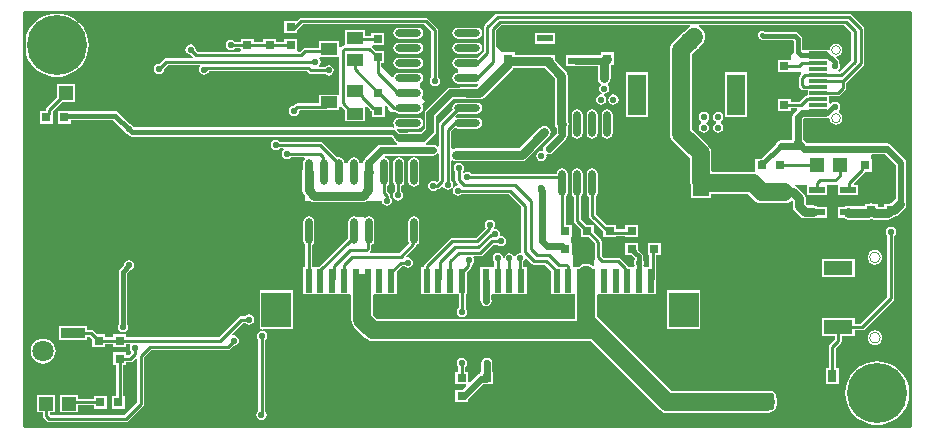
<source format=gtl>
G04*
G04 #@! TF.GenerationSoftware,Altium Limited,Altium Designer,20.0.13 (296)*
G04*
G04 Layer_Physical_Order=1*
G04 Layer_Color=255*
%FSLAX24Y24*%
%MOIN*%
G70*
G01*
G75*
%ADD11C,0.0100*%
%ADD15C,0.0002*%
%ADD16R,0.0315X0.0299*%
%ADD17R,0.0551X0.0236*%
%ADD18R,0.0299X0.0315*%
%ADD19R,0.0472X0.0472*%
%ADD20R,0.0965X0.0472*%
%ADD21R,0.0315X0.0394*%
%ADD22R,0.0551X0.1496*%
%ADD23R,0.0630X0.1378*%
%ADD24R,0.0236X0.0787*%
%ADD25R,0.0984X0.1181*%
%ADD26O,0.0236X0.0866*%
%ADD27O,0.0866X0.0236*%
%ADD28R,0.0551X0.0394*%
%ADD50R,0.0827X0.0354*%
%ADD51R,0.0591X0.0118*%
%ADD52C,0.0300*%
%ADD53C,0.0600*%
%ADD54C,0.0200*%
%ADD55C,0.0315*%
%ADD56C,0.0236*%
%ADD57C,0.0180*%
%ADD58C,0.0157*%
%ADD59C,0.0276*%
%ADD60C,0.0150*%
%ADD61C,0.0101*%
%ADD62C,0.0250*%
%ADD63C,0.0709*%
%ADD64O,0.0787X0.0433*%
%ADD65O,0.0709X0.0433*%
%ADD66C,0.2000*%
%ADD67C,0.0230*%
%ADD68C,0.0220*%
G36*
X18734Y43650D02*
X18571Y43611D01*
X18417Y43547D01*
X18275Y43460D01*
X18148Y43352D01*
X18040Y43225D01*
X17953Y43083D01*
X17889Y42929D01*
X17850Y42766D01*
X17800Y42770D01*
Y43700D01*
X17800Y43700D01*
X18730D01*
X18734Y43650D01*
D02*
G37*
G36*
X45388Y43025D02*
Y42096D01*
X45001Y41710D01*
X44961Y41715D01*
X44947Y41762D01*
X44970Y41777D01*
X45007Y41834D01*
X45020Y41900D01*
X45007Y41966D01*
X44976Y42012D01*
Y42026D01*
X44966Y42080D01*
X44935Y42126D01*
X44886Y42175D01*
X44906Y42225D01*
X44918Y42230D01*
X44931D01*
X44985Y42253D01*
X44994Y42262D01*
X45006Y42267D01*
X45047Y42308D01*
X45052Y42320D01*
X45062Y42329D01*
X45084Y42384D01*
Y42396D01*
X45089Y42408D01*
Y42467D01*
X45084Y42479D01*
Y42492D01*
X45062Y42546D01*
X45052Y42555D01*
X45047Y42567D01*
X45006Y42609D01*
X44994Y42614D01*
X44985Y42623D01*
X44931Y42645D01*
X44918D01*
X44906Y42650D01*
X44847D01*
X44835Y42645D01*
X44822D01*
X44768Y42623D01*
X44759Y42614D01*
X44747Y42609D01*
X44705Y42567D01*
X44700Y42555D01*
X44691Y42546D01*
X44669Y42492D01*
Y42482D01*
X44642Y42443D01*
X44633Y42443D01*
X44571D01*
X44557Y42445D01*
X44307D01*
X44293Y42443D01*
X44281D01*
X44267Y42445D01*
X43996D01*
X43983Y42443D01*
X43932D01*
Y42428D01*
X43927Y42424D01*
X43751D01*
X43741Y42434D01*
Y42808D01*
X43731Y42862D01*
X43700Y42908D01*
X43608Y43000D01*
X43562Y43031D01*
X43508Y43041D01*
X42509D01*
X42500Y43050D01*
X42454Y43081D01*
X42400Y43091D01*
X42346Y43081D01*
X42300Y43050D01*
X42269Y43004D01*
X42259Y42950D01*
X42269Y42896D01*
X42300Y42850D01*
X42350Y42800D01*
X42396Y42769D01*
X42450Y42759D01*
X43449D01*
X43459Y42749D01*
Y42375D01*
X43462Y42359D01*
X43426Y42324D01*
D01*
X43367Y42283D01*
Y42110D01*
X42933D01*
Y41691D01*
X43701D01*
X43722Y41641D01*
X43660Y41579D01*
X43635Y41543D01*
X43627Y41500D01*
X43627Y41500D01*
Y41260D01*
X43627Y41260D01*
X43635Y41217D01*
X43660Y41181D01*
X43718Y41122D01*
X43718Y41122D01*
X43755Y41098D01*
X43798Y41089D01*
X43932D01*
Y40960D01*
X43908Y40920D01*
X43865Y40912D01*
X43829Y40887D01*
X43829Y40887D01*
X43653Y40711D01*
X43367D01*
Y40809D01*
X42933D01*
Y40390D01*
X43367D01*
Y40487D01*
X43562D01*
X43583Y40437D01*
X43472Y40325D01*
X43432Y40267D01*
X43418Y40197D01*
Y39434D01*
X43417Y39432D01*
X43051D01*
X42981Y39418D01*
X42922Y39378D01*
X42883Y39320D01*
X42878Y39293D01*
X42404Y38820D01*
X42393Y38817D01*
X42191D01*
Y38407D01*
X42150Y38362D01*
X42094Y38369D01*
X40738D01*
X40735Y38394D01*
X40723Y38423D01*
Y38990D01*
X40723Y38990D01*
X40720Y39014D01*
Y39108D01*
X40701D01*
X40674Y39172D01*
X40616Y39247D01*
X40616Y39247D01*
X40063Y39800D01*
Y42284D01*
X40200Y42421D01*
X40216Y42424D01*
X40273Y42462D01*
X40310Y42518D01*
X40313Y42534D01*
X40407Y42628D01*
X40464Y42703D01*
X40501Y42790D01*
X40513Y42884D01*
X40501Y42978D01*
X40464Y43066D01*
X40407Y43141D01*
X40332Y43199D01*
X40298Y43213D01*
X40308Y43263D01*
X45150D01*
X45388Y43025D01*
D02*
G37*
G36*
X47328Y31267D02*
X47278Y31261D01*
X47261Y31329D01*
X47197Y31483D01*
X47110Y31625D01*
X47002Y31752D01*
X46875Y31860D01*
X46733Y31947D01*
X46579Y32011D01*
X46416Y32050D01*
X46250Y32063D01*
X46084Y32050D01*
X45921Y32011D01*
X45767Y31947D01*
X45625Y31860D01*
X45498Y31752D01*
X45390Y31625D01*
X45303Y31483D01*
X45239Y31329D01*
X45200Y31166D01*
X45187Y31000D01*
X45200Y30834D01*
X45239Y30671D01*
X45303Y30517D01*
X45390Y30375D01*
X45498Y30248D01*
X45625Y30140D01*
X45767Y30053D01*
X45921Y29989D01*
X46084Y29950D01*
X46080Y29900D01*
X17800D01*
Y42430D01*
X17850Y42434D01*
X17889Y42271D01*
X17953Y42117D01*
X18040Y41975D01*
X18148Y41848D01*
X18275Y41740D01*
X18417Y41653D01*
X18571Y41589D01*
X18734Y41550D01*
X18900Y41537D01*
X19066Y41550D01*
X19229Y41589D01*
X19383Y41653D01*
X19525Y41740D01*
X19652Y41848D01*
X19760Y41975D01*
X19847Y42117D01*
X19911Y42271D01*
X19950Y42434D01*
X19963Y42600D01*
X19950Y42766D01*
X19911Y42929D01*
X19847Y43083D01*
X19760Y43225D01*
X19652Y43352D01*
X19525Y43460D01*
X19383Y43547D01*
X19229Y43611D01*
X19066Y43650D01*
X19070Y43700D01*
X33516D01*
X33523Y43691D01*
X33521Y43629D01*
X33521Y43629D01*
X33171Y43279D01*
X33146Y43243D01*
X33138Y43200D01*
X33138Y43200D01*
Y42397D01*
X32918Y42178D01*
X32899Y42182D01*
X32269D01*
X32200Y42168D01*
X32141Y42128D01*
X32102Y42069D01*
X32088Y42000D01*
X32102Y41931D01*
X32141Y41872D01*
X32200Y41832D01*
X32269Y41818D01*
Y41682D01*
X32200Y41668D01*
X32141Y41628D01*
X32102Y41569D01*
X32088Y41500D01*
X32102Y41431D01*
X32141Y41372D01*
X32200Y41332D01*
X32269Y41318D01*
X32899D01*
X32934Y41325D01*
X32958Y41279D01*
X32893Y41214D01*
X32584D01*
X32502Y41198D01*
X32489Y41189D01*
X32335D01*
X32300Y41182D01*
X32033D01*
X31961Y41167D01*
X31900Y41126D01*
X31217Y40443D01*
X31176Y40382D01*
X31161Y40310D01*
Y39814D01*
X31036Y39689D01*
X30616D01*
X30580Y39682D01*
X30335D01*
X30237Y39780D01*
X30262Y39826D01*
X30301Y39818D01*
X30931D01*
X31000Y39832D01*
X31059Y39872D01*
X31098Y39931D01*
X31112Y40000D01*
X31098Y40069D01*
X31059Y40128D01*
X31000Y40168D01*
X30931Y40182D01*
X30301D01*
X30231Y40168D01*
X30172Y40128D01*
X30133Y40069D01*
X30119Y40000D01*
X30133Y39931D01*
X30158Y39892D01*
X30128Y39847D01*
X30101Y39853D01*
X21474D01*
X21459Y39868D01*
X21423Y39923D01*
X21366Y39960D01*
X21354Y39963D01*
X20958Y40358D01*
X20909Y40391D01*
X20850Y40403D01*
X19359D01*
Y40417D01*
X18940D01*
Y39983D01*
X19359D01*
Y40097D01*
X20787D01*
X21137Y39746D01*
X21140Y39734D01*
X21177Y39677D01*
X21234Y39640D01*
X21260Y39635D01*
X21303Y39592D01*
X21352Y39559D01*
X21411Y39547D01*
X30037D01*
X30128Y39457D01*
X30133Y39430D01*
X30172Y39372D01*
X30231Y39332D01*
X30234Y39332D01*
X30230Y39282D01*
X29717D01*
X29647Y39268D01*
X29588Y39228D01*
X29172Y38812D01*
X29132Y38753D01*
X29118Y38683D01*
Y38674D01*
X28982D01*
Y38683D01*
X28968Y38753D01*
X28928Y38812D01*
X28870Y38851D01*
X28800Y38865D01*
X28730Y38851D01*
X28672Y38812D01*
X28632Y38753D01*
X28618Y38683D01*
Y38674D01*
X28482D01*
Y38683D01*
X28468Y38753D01*
X28428Y38812D01*
X28370Y38851D01*
X28300Y38865D01*
X28253Y38856D01*
X27762Y39347D01*
X27725Y39371D01*
X27682Y39380D01*
X27682Y39380D01*
X26330D01*
X26323Y39390D01*
X26266Y39428D01*
X26200Y39441D01*
X26134Y39428D01*
X26077Y39390D01*
X26040Y39334D01*
X26027Y39268D01*
X26040Y39201D01*
X26077Y39145D01*
X26134Y39107D01*
X26200Y39094D01*
X26266Y39107D01*
X26323Y39145D01*
X26330Y39155D01*
X26446D01*
X26461Y39105D01*
X26445Y39094D01*
X26407Y39038D01*
X26394Y38972D01*
X26407Y38905D01*
X26445Y38849D01*
X26501Y38812D01*
X26567Y38798D01*
X26634Y38812D01*
X26690Y38849D01*
X26697Y38860D01*
X27136D01*
X27167Y38823D01*
X27167Y38806D01*
X27132Y38753D01*
X27118Y38683D01*
Y38488D01*
X27095Y38453D01*
X27078Y38368D01*
Y37770D01*
X27078Y37770D01*
X27095Y37685D01*
X27143Y37613D01*
X27167Y37589D01*
Y37400D01*
X27370D01*
X27400Y37380D01*
X27485Y37364D01*
X29101D01*
X29101Y37364D01*
X29186Y37380D01*
X29215Y37400D01*
X29688D01*
X29688Y37400D01*
X29732Y37387D01*
X29740Y37348D01*
X29777Y37291D01*
X29834Y37254D01*
X29900Y37241D01*
X29966Y37254D01*
X30023Y37291D01*
X30060Y37348D01*
X30073Y37414D01*
X30060Y37480D01*
X30023Y37537D01*
X30012Y37544D01*
Y37585D01*
X30004Y37628D01*
X29979Y37665D01*
X29979Y37665D01*
X29912Y37732D01*
Y37914D01*
X29928Y37925D01*
X29968Y37984D01*
X29982Y38054D01*
Y38683D01*
X29968Y38753D01*
X29928Y38812D01*
X29869Y38851D01*
X29854Y38854D01*
X29826Y38909D01*
X29826Y38911D01*
X29837Y38918D01*
X31450D01*
X31519Y38932D01*
X31578Y38972D01*
X31588Y38986D01*
X31638Y38971D01*
Y38115D01*
X31562Y38039D01*
X31516Y38070D01*
X31450Y38083D01*
X31384Y38070D01*
X31327Y38032D01*
X31290Y37976D01*
X31277Y37909D01*
X31290Y37843D01*
X31327Y37787D01*
X31384Y37749D01*
X31450Y37736D01*
X31516Y37749D01*
X31573Y37787D01*
X31580Y37797D01*
X31591D01*
X31591Y37797D01*
X31634Y37806D01*
X31670Y37830D01*
X31728Y37888D01*
X31783Y37873D01*
X31814Y37827D01*
X31870Y37790D01*
X31936Y37777D01*
X32003Y37790D01*
X32059Y37827D01*
X32096Y37884D01*
X32110Y37950D01*
X32096Y38016D01*
X32059Y38073D01*
X32048Y38080D01*
Y38739D01*
X32098Y38765D01*
X32118Y38752D01*
X32200Y38736D01*
X34400D01*
X34482Y38752D01*
X34551Y38799D01*
X35301Y39549D01*
X35348Y39618D01*
X35364Y39700D01*
X35348Y39782D01*
X35301Y39851D01*
X35232Y39898D01*
X35150Y39914D01*
X35068Y39898D01*
X34999Y39851D01*
X34311Y39164D01*
X32200D01*
X32118Y39148D01*
X32098Y39135D01*
X32048Y39161D01*
Y39725D01*
X32173Y39850D01*
X32200Y39832D01*
X32269Y39818D01*
X32899D01*
X32969Y39832D01*
X33028Y39872D01*
X33067Y39931D01*
X33081Y40000D01*
X33067Y40069D01*
X33028Y40128D01*
X32969Y40168D01*
X32899Y40182D01*
X32269D01*
X32204Y40169D01*
X32201Y40171D01*
X32190Y40225D01*
X32283Y40318D01*
X32899D01*
X32969Y40332D01*
X33028Y40372D01*
X33067Y40430D01*
X33081Y40500D01*
X33067Y40570D01*
X33028Y40628D01*
X32969Y40668D01*
X32899Y40682D01*
X32269D01*
X32200Y40668D01*
X32141Y40628D01*
X32102Y40570D01*
X32088Y40500D01*
X32098Y40450D01*
X31671Y40023D01*
X31646Y39987D01*
X31638Y39944D01*
X31638Y39944D01*
Y39229D01*
X31588Y39214D01*
X31578Y39228D01*
X31519Y39268D01*
X31450Y39282D01*
X31204D01*
X31201Y39290D01*
X31195Y39332D01*
X31248Y39367D01*
X31491Y39609D01*
X31532Y39671D01*
X31546Y39743D01*
X31539Y39779D01*
Y40232D01*
X32111Y40804D01*
X32328D01*
X32362Y40811D01*
X32489D01*
X32502Y40802D01*
X32584Y40786D01*
X32982D01*
X33064Y40802D01*
X33133Y40849D01*
X34094Y41809D01*
X34116Y41843D01*
X35157D01*
X35162Y41835D01*
X35504Y41493D01*
Y40000D01*
X35520Y39918D01*
X35567Y39849D01*
X35568Y39847D01*
Y39675D01*
X35172Y39278D01*
X35132Y39220D01*
X35118Y39150D01*
X35125Y39114D01*
X35083Y39072D01*
X35054Y39078D01*
X34988Y39064D01*
X34932Y39027D01*
X34894Y38971D01*
X34881Y38904D01*
X34894Y38838D01*
X34932Y38782D01*
X34988Y38744D01*
X35054Y38731D01*
X35121Y38744D01*
X35177Y38782D01*
X35214Y38838D01*
X35228Y38904D01*
X35222Y38933D01*
X35264Y38975D01*
X35300Y38968D01*
X35370Y38982D01*
X35428Y39022D01*
X35878Y39472D01*
X35918Y39530D01*
X35932Y39600D01*
Y39862D01*
X35948Y39887D01*
X35964Y39969D01*
X35948Y40050D01*
X35932Y40074D01*
Y41582D01*
X35916Y41664D01*
X35870Y41733D01*
X35524Y42079D01*
Y42254D01*
X35384D01*
X35383Y42255D01*
X35301Y42271D01*
X34167D01*
Y42360D01*
X33973D01*
X33950Y42365D01*
X33943D01*
X33920Y42360D01*
X33733D01*
Y42360D01*
Y42360D01*
X33636Y42426D01*
X33643Y42450D01*
X33643D01*
X33601Y42492D01*
X33601Y42492D01*
X33601D01*
X33560Y42530D01*
X33558Y42534D01*
Y43095D01*
X33726Y43263D01*
X39992D01*
X40002Y43213D01*
X39968Y43199D01*
X39893Y43141D01*
X39800Y43048D01*
X39784Y43045D01*
X39727Y43007D01*
X39690Y42951D01*
X39687Y42935D01*
X39443Y42691D01*
X39386Y42616D01*
X39349Y42528D01*
X39337Y42434D01*
Y39650D01*
X39349Y39556D01*
X39386Y39468D01*
X39443Y39393D01*
X39997Y38840D01*
Y38325D01*
X40009Y38231D01*
X40021Y38201D01*
Y38031D01*
X40033Y37937D01*
X40049Y37900D01*
Y37492D01*
X40720D01*
Y37643D01*
X41943D01*
X42144Y37442D01*
X42219Y37385D01*
X42307Y37348D01*
X42401Y37336D01*
X43150D01*
X43244Y37348D01*
X43332Y37385D01*
X43395Y37433D01*
X43436Y37402D01*
Y37226D01*
X43452Y37144D01*
X43499Y37074D01*
X43674Y36899D01*
X43744Y36852D01*
X43826Y36836D01*
X44113D01*
X44173Y36848D01*
X44574D01*
Y37204D01*
X44260D01*
X44195Y37248D01*
X44113Y37264D01*
X43914D01*
X43864Y37314D01*
Y37500D01*
X43848Y37582D01*
X43801Y37651D01*
X43603Y37850D01*
X43533Y37897D01*
X43516Y37900D01*
X43521Y37950D01*
X43903D01*
Y37596D01*
X44574D01*
Y37950D01*
X44926D01*
Y37596D01*
X45597D01*
Y37952D01*
X45485D01*
X45466Y37998D01*
X45831Y38364D01*
X45844Y38383D01*
X46061D01*
Y38817D01*
X46050D01*
Y38950D01*
X46092Y38968D01*
X46522D01*
X46882Y38609D01*
Y37483D01*
X46843Y37457D01*
X46709Y37323D01*
X46700D01*
X46700Y37323D01*
X46639Y37310D01*
X46483D01*
Y37218D01*
X46263D01*
Y37310D01*
X46106D01*
X46045Y37323D01*
X45984Y37310D01*
X45828D01*
Y37227D01*
X45353D01*
X45347Y37231D01*
X45262Y37248D01*
X45177Y37231D01*
X45137Y37204D01*
X44926D01*
Y36848D01*
X45126D01*
X45198Y36800D01*
X45283Y36783D01*
X45283Y36783D01*
X45949D01*
X45949Y36783D01*
X46034Y36800D01*
X46043Y36806D01*
X46065Y36792D01*
X46149Y36775D01*
X46596D01*
X46596Y36775D01*
X46681Y36792D01*
X46753Y36840D01*
X46792Y36879D01*
X46801D01*
X46801Y36879D01*
X46862Y36891D01*
X46917D01*
Y36917D01*
X46958Y36944D01*
X47157Y37143D01*
X47205Y37215D01*
X47222Y37300D01*
X47208Y37368D01*
Y38676D01*
X47196Y38739D01*
X47160Y38792D01*
X46741Y39211D01*
X46739Y39220D01*
X46700Y39278D01*
X46641Y39318D01*
X46572Y39332D01*
X43883D01*
X43843Y39393D01*
X43782Y39454D01*
Y40122D01*
X43814Y40154D01*
X44110D01*
X44127Y40157D01*
X44269D01*
X44287Y40154D01*
X44463D01*
X44481Y40157D01*
X44642Y40157D01*
X44669Y40118D01*
Y40108D01*
X44691Y40054D01*
X44700Y40045D01*
X44705Y40033D01*
X44747Y39991D01*
X44759Y39986D01*
X44768Y39977D01*
X44822Y39955D01*
X44835D01*
X44847Y39950D01*
X44906D01*
X44918Y39955D01*
X44931D01*
X44985Y39977D01*
X44994Y39986D01*
X45006Y39991D01*
X45047Y40033D01*
X45052Y40045D01*
X45062Y40054D01*
X45084Y40108D01*
Y40121D01*
X45089Y40133D01*
Y40192D01*
X45084Y40203D01*
Y40216D01*
X45062Y40271D01*
X45052Y40280D01*
X45047Y40292D01*
X45006Y40333D01*
X44994Y40338D01*
X44985Y40347D01*
X44970Y40354D01*
X44964Y40410D01*
X44970Y40414D01*
X45007Y40470D01*
X45020Y40536D01*
X45007Y40602D01*
X44970Y40659D01*
X44913Y40696D01*
X44847Y40709D01*
X44781Y40696D01*
X44724Y40659D01*
X44722Y40655D01*
X44722Y40655D01*
X44709Y40647D01*
X44655Y40663D01*
X44642Y40689D01*
Y40893D01*
X44935D01*
X44935Y40893D01*
X44978Y40901D01*
X45015Y40925D01*
X45186Y41096D01*
X45186Y41096D01*
X45210Y41133D01*
X45219Y41176D01*
Y41352D01*
X45779Y41913D01*
X45779Y41913D01*
X45804Y41949D01*
X45812Y41992D01*
X45812Y41992D01*
Y43150D01*
X45804Y43193D01*
X45779Y43229D01*
X45779Y43229D01*
X45379Y43629D01*
X45377Y43691D01*
X45384Y43700D01*
X47328D01*
Y31267D01*
D02*
G37*
G36*
Y30733D02*
Y29924D01*
X47288Y29900D01*
X46420D01*
X46416Y29950D01*
X46579Y29989D01*
X46733Y30053D01*
X46875Y30140D01*
X47002Y30248D01*
X47110Y30375D01*
X47197Y30517D01*
X47261Y30671D01*
X47278Y30739D01*
X47328Y30733D01*
D02*
G37*
%LPC*%
G36*
X41921Y41687D02*
X41171D01*
Y40239D01*
X41171Y40218D01*
X41121Y40214D01*
X41116Y40236D01*
X41110Y40266D01*
X41073Y40323D01*
X41016Y40360D01*
X40950Y40373D01*
X40884Y40360D01*
X40827Y40323D01*
X40790Y40266D01*
X40777Y40200D01*
X40790Y40134D01*
X40827Y40077D01*
X40864Y40053D01*
Y39997D01*
X40827Y39973D01*
X40790Y39916D01*
X40777Y39850D01*
X40790Y39784D01*
X40827Y39727D01*
X40884Y39690D01*
X40950Y39677D01*
X41016Y39690D01*
X41073Y39727D01*
X41110Y39784D01*
X41123Y39850D01*
X41110Y39916D01*
X41073Y39973D01*
X41036Y39997D01*
Y40053D01*
X41073Y40077D01*
X41110Y40134D01*
X41117Y40166D01*
X41121Y40188D01*
X41171Y40189D01*
X41172Y40189D01*
X41208Y40189D01*
X41921D01*
Y41687D01*
D02*
G37*
G36*
X40475Y40373D02*
X40409Y40360D01*
X40352Y40323D01*
X40315Y40266D01*
X40302Y40200D01*
X40315Y40134D01*
X40352Y40077D01*
X40385Y40056D01*
X40386Y40051D01*
X40381Y39998D01*
X40343Y39973D01*
X40305Y39916D01*
X40292Y39850D01*
X40305Y39784D01*
X40343Y39727D01*
X40399Y39690D01*
X40466Y39677D01*
X40532Y39690D01*
X40588Y39727D01*
X40626Y39784D01*
X40639Y39850D01*
X40626Y39916D01*
X40588Y39973D01*
X40556Y39994D01*
X40554Y39999D01*
X40559Y40052D01*
X40598Y40077D01*
X40635Y40134D01*
X40648Y40200D01*
X40635Y40266D01*
X40598Y40323D01*
X40541Y40360D01*
X40475Y40373D01*
D02*
G37*
G36*
X31200Y43512D02*
X31200Y43512D01*
X27051D01*
X27051Y43512D01*
X27008Y43504D01*
X26971Y43479D01*
X26901Y43409D01*
X26490D01*
Y42990D01*
X26925D01*
Y43116D01*
X27097Y43288D01*
X31154D01*
X31388Y43054D01*
Y41530D01*
X31377Y41523D01*
X31340Y41466D01*
X31327Y41400D01*
X31340Y41334D01*
X31377Y41277D01*
X31434Y41240D01*
X31500Y41227D01*
X31566Y41240D01*
X31623Y41277D01*
X31660Y41334D01*
X31673Y41400D01*
X31660Y41466D01*
X31623Y41523D01*
X31612Y41530D01*
Y43100D01*
X31612Y43100D01*
X31604Y43143D01*
X31579Y43179D01*
X31279Y43479D01*
X31243Y43504D01*
X31200Y43512D01*
D02*
G37*
G36*
X32899Y43182D02*
X32269D01*
X32200Y43168D01*
X32141Y43128D01*
X32102Y43069D01*
X32088Y43000D01*
X32102Y42931D01*
X32141Y42872D01*
X32200Y42832D01*
X32269Y42818D01*
X32899D01*
X32969Y42832D01*
X33028Y42872D01*
X33067Y42931D01*
X33081Y43000D01*
X33067Y43069D01*
X33028Y43128D01*
X32969Y43168D01*
X32899Y43182D01*
D02*
G37*
G36*
X30931D02*
X30301D01*
X30231Y43168D01*
X30172Y43128D01*
X30133Y43069D01*
X30119Y43000D01*
X30133Y42931D01*
X30172Y42872D01*
X30231Y42832D01*
X30301Y42818D01*
X30931D01*
X31000Y42832D01*
X31059Y42872D01*
X31098Y42931D01*
X31112Y43000D01*
X31098Y43069D01*
X31059Y43128D01*
X31000Y43168D01*
X30931Y43182D01*
D02*
G37*
G36*
X35524Y43002D02*
X34853D01*
Y42646D01*
X35524D01*
Y43002D01*
D02*
G37*
G36*
X29184Y43105D02*
X28512D01*
Y42627D01*
X28484Y42586D01*
X28466Y42583D01*
X28441Y42578D01*
X28405Y42553D01*
X28405Y42553D01*
X28367Y42516D01*
X28317Y42537D01*
Y42731D01*
X27646D01*
Y42504D01*
X27182D01*
X27182Y42504D01*
X27139Y42496D01*
X27102Y42471D01*
X27004Y42373D01*
X26968D01*
X26925Y42391D01*
X26925Y42423D01*
Y42810D01*
X26490D01*
Y42700D01*
X26217D01*
Y42810D01*
X25783D01*
Y42718D01*
X25467D01*
Y42810D01*
X25032D01*
Y42713D01*
X24830D01*
X24823Y42723D01*
X24766Y42761D01*
X24700Y42774D01*
X24634Y42761D01*
X24577Y42723D01*
X24540Y42667D01*
X24527Y42601D01*
X24540Y42534D01*
X24577Y42478D01*
X24634Y42441D01*
X24700Y42427D01*
X24766Y42441D01*
X24823Y42478D01*
X24830Y42489D01*
X24996D01*
X25032Y42453D01*
X25032Y42391D01*
X24989Y42373D01*
X23600D01*
X23534Y42439D01*
X23537Y42451D01*
X23524Y42517D01*
X23486Y42573D01*
X23430Y42611D01*
X23363Y42624D01*
X23297Y42611D01*
X23241Y42573D01*
X23203Y42517D01*
X23190Y42451D01*
X23203Y42384D01*
X23241Y42328D01*
X23297Y42291D01*
X23363Y42277D01*
X23376Y42280D01*
X23443Y42213D01*
X23422Y42163D01*
X22556D01*
X22556Y42163D01*
X22513Y42154D01*
X22477Y42130D01*
X22477Y42130D01*
X22318Y41971D01*
X22306Y41973D01*
X22239Y41960D01*
X22183Y41923D01*
X22146Y41866D01*
X22132Y41800D01*
X22146Y41734D01*
X22183Y41677D01*
X22239Y41640D01*
X22306Y41627D01*
X22372Y41640D01*
X22428Y41677D01*
X22466Y41734D01*
X22479Y41800D01*
X22477Y41812D01*
X22603Y41938D01*
X23659D01*
X23682Y41888D01*
X23656Y41850D01*
X23643Y41783D01*
X23656Y41717D01*
X23694Y41661D01*
X23750Y41623D01*
X23817Y41610D01*
X23883Y41623D01*
X23939Y41661D01*
X23977Y41717D01*
X23981Y41738D01*
X27232D01*
X27296Y41674D01*
X27296Y41674D01*
X27332Y41650D01*
X27375Y41642D01*
X27375Y41642D01*
X27832D01*
X27839Y41631D01*
X27895Y41594D01*
X27962Y41580D01*
X28028Y41594D01*
X28084Y41631D01*
X28122Y41687D01*
X28135Y41754D01*
X28122Y41820D01*
X28084Y41876D01*
X28028Y41914D01*
X27962Y41927D01*
X27895Y41914D01*
X27839Y41876D01*
X27832Y41866D01*
X27641D01*
X27626Y41916D01*
X27644Y41928D01*
X27682Y41984D01*
X27695Y42051D01*
X27682Y42117D01*
X27672Y42132D01*
X27650Y42173D01*
X27650Y42173D01*
X27668Y42216D01*
X27669Y42217D01*
X27690Y42217D01*
X28314D01*
Y40947D01*
X27646D01*
Y40656D01*
X26919D01*
X26919Y40656D01*
X26876Y40647D01*
X26839Y40623D01*
X26839Y40623D01*
X26787Y40571D01*
X26734Y40560D01*
X26677Y40523D01*
X26640Y40466D01*
X26627Y40400D01*
X26640Y40334D01*
X26677Y40277D01*
X26734Y40240D01*
X26800Y40227D01*
X26866Y40240D01*
X26923Y40277D01*
X26960Y40334D01*
X26973Y40400D01*
X26999Y40432D01*
X27835D01*
X27835Y40432D01*
X27846Y40434D01*
X28317D01*
Y40539D01*
X28367Y40560D01*
X28512Y40415D01*
Y40060D01*
X29184D01*
Y40537D01*
X29234Y40558D01*
X29354Y40438D01*
X29354Y40438D01*
X29390Y40413D01*
X29401Y40411D01*
Y40208D01*
X29836D01*
Y40569D01*
X29886Y40590D01*
X29941Y40534D01*
Y40481D01*
X30051Y40372D01*
X30135D01*
X30157Y40372D01*
X30185Y40363D01*
X30231Y40332D01*
X30301Y40318D01*
X30931D01*
X31000Y40332D01*
X31059Y40372D01*
X31098Y40430D01*
X31112Y40500D01*
X31098Y40570D01*
X31059Y40628D01*
X31059Y40633D01*
X31167Y40742D01*
X31057Y40851D01*
X31059Y40872D01*
X31098Y40931D01*
X31112Y41000D01*
X31098Y41069D01*
X31059Y41128D01*
X31000Y41168D01*
Y41332D01*
X31059Y41372D01*
X31098Y41431D01*
X31112Y41500D01*
X31098Y41569D01*
X31059Y41628D01*
X31000Y41668D01*
X30931Y41682D01*
X30301D01*
X30231Y41668D01*
X30172Y41628D01*
X30133Y41569D01*
X30127Y41537D01*
X30072Y41521D01*
X29712Y41881D01*
Y41992D01*
X29817D01*
Y42411D01*
X29541D01*
X29412Y42540D01*
X29430Y42590D01*
X29817D01*
Y43010D01*
X29383D01*
Y42912D01*
X29184D01*
Y43105D01*
D02*
G37*
G36*
X32899Y42682D02*
X32269D01*
X32200Y42668D01*
X32141Y42628D01*
X32102Y42569D01*
X32088Y42500D01*
X32102Y42431D01*
X32141Y42372D01*
X32200Y42332D01*
X32269Y42318D01*
X32899D01*
X32969Y42332D01*
X33028Y42372D01*
X33067Y42431D01*
X33081Y42500D01*
X33067Y42569D01*
X33028Y42628D01*
X32969Y42668D01*
X32899Y42682D01*
D02*
G37*
G36*
X30931D02*
X30301D01*
X30231Y42668D01*
X30172Y42628D01*
X30133Y42569D01*
X30119Y42500D01*
X30133Y42431D01*
X30172Y42372D01*
X30231Y42332D01*
X30301Y42318D01*
X30931D01*
X31000Y42332D01*
X31059Y42372D01*
X31098Y42431D01*
X31112Y42500D01*
X31098Y42569D01*
X31059Y42628D01*
X31000Y42668D01*
X30931Y42682D01*
D02*
G37*
G36*
Y42182D02*
X30301D01*
X30231Y42168D01*
X30172Y42128D01*
X30133Y42069D01*
X30119Y42000D01*
X30133Y41931D01*
X30172Y41872D01*
X30231Y41832D01*
X30301Y41818D01*
X30931D01*
X31000Y41832D01*
X31059Y41872D01*
X31098Y41931D01*
X31112Y42000D01*
X31098Y42069D01*
X31059Y42128D01*
X31000Y42168D01*
X30931Y42182D01*
D02*
G37*
G36*
X37457Y40955D02*
X37390Y40942D01*
X37334Y40904D01*
X37296Y40848D01*
X37283Y40781D01*
X37296Y40715D01*
X37334Y40659D01*
X37390Y40621D01*
X37457Y40608D01*
X37523Y40621D01*
X37579Y40659D01*
X37617Y40715D01*
X37630Y40781D01*
X37617Y40848D01*
X37579Y40904D01*
X37523Y40942D01*
X37457Y40955D01*
D02*
G37*
G36*
X37250Y42365D02*
X37243D01*
X37220Y42360D01*
X37033D01*
Y42258D01*
X36212D01*
X36194Y42254D01*
X35876D01*
Y41898D01*
X36194D01*
X36212Y41894D01*
X36936D01*
Y41500D01*
X36952Y41418D01*
X36999Y41349D01*
X37025Y41331D01*
X37027Y41273D01*
X36990Y41216D01*
X36977Y41150D01*
X36990Y41084D01*
X37027Y41027D01*
X37064Y41003D01*
X37053Y40964D01*
X37047Y40954D01*
X36984Y40942D01*
X36927Y40904D01*
X36890Y40848D01*
X36877Y40781D01*
X36890Y40715D01*
X36927Y40659D01*
X36984Y40621D01*
X37050Y40608D01*
X37116Y40621D01*
X37173Y40659D01*
X37210Y40715D01*
X37223Y40781D01*
X37210Y40848D01*
X37173Y40904D01*
X37136Y40928D01*
X37147Y40968D01*
X37153Y40977D01*
X37216Y40990D01*
X37273Y41027D01*
X37310Y41084D01*
X37323Y41150D01*
X37310Y41216D01*
X37273Y41273D01*
X37275Y41331D01*
X37301Y41349D01*
X37348Y41418D01*
X37364Y41500D01*
Y41941D01*
X37467D01*
Y42360D01*
X37273D01*
X37250Y42365D01*
D02*
G37*
G36*
X38614Y41687D02*
X37864D01*
Y40189D01*
X38614D01*
Y41687D01*
D02*
G37*
G36*
X19496Y41296D02*
X18904D01*
Y40863D01*
X18570Y40530D01*
X18546Y40493D01*
X18537Y40450D01*
Y40417D01*
X18341D01*
Y39983D01*
X18760D01*
Y40288D01*
X18763Y40299D01*
Y40403D01*
X19063Y40704D01*
X19496D01*
Y41296D01*
D02*
G37*
G36*
X37250Y40465D02*
X37181Y40451D01*
X37122Y40412D01*
X37082Y40353D01*
X37068Y40283D01*
Y39654D01*
X37082Y39584D01*
X37122Y39525D01*
X37181Y39486D01*
X37250Y39472D01*
X37320Y39486D01*
X37378Y39525D01*
X37418Y39584D01*
X37432Y39654D01*
Y40283D01*
X37418Y40353D01*
X37378Y40412D01*
X37320Y40451D01*
X37250Y40465D01*
D02*
G37*
G36*
X36750D02*
X36681Y40451D01*
X36622Y40412D01*
X36582Y40353D01*
X36568Y40283D01*
Y39654D01*
X36582Y39584D01*
X36622Y39525D01*
X36681Y39486D01*
X36750Y39472D01*
X36820Y39486D01*
X36878Y39525D01*
X36918Y39584D01*
X36932Y39654D01*
Y40283D01*
X36918Y40353D01*
X36878Y40412D01*
X36820Y40451D01*
X36750Y40465D01*
D02*
G37*
G36*
X36250D02*
X36181Y40451D01*
X36122Y40412D01*
X36082Y40353D01*
X36068Y40283D01*
Y39654D01*
X36082Y39584D01*
X36122Y39525D01*
X36181Y39486D01*
X36250Y39472D01*
X36319Y39486D01*
X36378Y39525D01*
X36418Y39584D01*
X36432Y39654D01*
Y40283D01*
X36418Y40353D01*
X36378Y40412D01*
X36319Y40451D01*
X36250Y40465D01*
D02*
G37*
G36*
X30800Y38865D02*
X30731Y38851D01*
X30672Y38812D01*
X30632Y38753D01*
X30618Y38683D01*
Y38054D01*
X30632Y37984D01*
X30672Y37925D01*
X30731Y37886D01*
X30800Y37872D01*
X30870Y37886D01*
X30928Y37925D01*
X30968Y37984D01*
X30982Y38054D01*
Y38683D01*
X30968Y38753D01*
X30928Y38812D01*
X30870Y38851D01*
X30800Y38865D01*
D02*
G37*
G36*
X30300D02*
X30231Y38851D01*
X30172Y38812D01*
X30132Y38753D01*
X30118Y38683D01*
Y38054D01*
X30132Y37984D01*
X30164Y37936D01*
Y37720D01*
X30154Y37713D01*
X30117Y37656D01*
X30103Y37590D01*
X30117Y37524D01*
X30154Y37468D01*
X30210Y37430D01*
X30277Y37417D01*
X30343Y37430D01*
X30399Y37468D01*
X30437Y37524D01*
X30450Y37590D01*
X30437Y37656D01*
X30399Y37713D01*
X30389Y37720D01*
Y37899D01*
X30428Y37925D01*
X30468Y37984D01*
X30482Y38054D01*
Y38683D01*
X30468Y38753D01*
X30428Y38812D01*
X30370Y38851D01*
X30300Y38865D01*
D02*
G37*
G36*
X36750Y38497D02*
X36681Y38483D01*
X36622Y38443D01*
X36582Y38384D01*
X36568Y38315D01*
Y37685D01*
X36582Y37616D01*
X36622Y37557D01*
X36638Y37546D01*
Y36907D01*
X36638Y36906D01*
X36646Y36864D01*
X36671Y36827D01*
X37113Y36385D01*
Y36190D01*
X37548D01*
Y36238D01*
X37854D01*
Y36190D01*
X38289D01*
Y36609D01*
X37854D01*
Y36462D01*
X37548D01*
Y36609D01*
X37206D01*
X36862Y36953D01*
Y37546D01*
X36878Y37557D01*
X36918Y37616D01*
X36932Y37685D01*
Y38315D01*
X36918Y38384D01*
X36878Y38443D01*
X36820Y38483D01*
X36750Y38497D01*
D02*
G37*
G36*
X33337Y36778D02*
X33270Y36765D01*
X33214Y36727D01*
X33177Y36671D01*
X33163Y36604D01*
X33177Y36538D01*
X33196Y36509D01*
X32866Y36179D01*
X32084D01*
X32084Y36179D01*
X32041Y36171D01*
X32004Y36146D01*
X31172Y35314D01*
X31148Y35278D01*
X31139Y35235D01*
X31105Y35204D01*
X31053D01*
Y34296D01*
X31409D01*
Y34296D01*
X31447D01*
Y34296D01*
X31803D01*
Y34296D01*
X31840D01*
Y34296D01*
X32197D01*
Y34296D01*
X32234D01*
Y34296D01*
X32309D01*
Y33844D01*
X32277Y33823D01*
X32240Y33766D01*
X32227Y33700D01*
X32240Y33634D01*
X32277Y33577D01*
X32334Y33540D01*
X32400Y33527D01*
X32466Y33540D01*
X32523Y33577D01*
X32560Y33634D01*
X32573Y33700D01*
X32560Y33766D01*
X32533Y33807D01*
Y34296D01*
X32590D01*
Y35045D01*
X32697Y35152D01*
X32697Y35152D01*
X32721Y35188D01*
X32730Y35231D01*
X32730Y35231D01*
Y35278D01*
X32763Y35300D01*
X32801Y35357D01*
X32814Y35423D01*
X32801Y35489D01*
X32780Y35521D01*
X32807Y35571D01*
X33022D01*
X33022Y35571D01*
X33065Y35579D01*
X33102Y35604D01*
X33448Y35950D01*
X33570D01*
X33577Y35939D01*
X33634Y35902D01*
X33700Y35889D01*
X33766Y35902D01*
X33823Y35939D01*
X33860Y35996D01*
X33873Y36062D01*
X33860Y36128D01*
X33823Y36185D01*
X33766Y36222D01*
X33700Y36235D01*
X33669Y36280D01*
X33673Y36300D01*
X33660Y36366D01*
X33623Y36423D01*
X33566Y36460D01*
X33512Y36471D01*
X33491Y36504D01*
X33486Y36521D01*
X33497Y36538D01*
X33510Y36604D01*
X33497Y36671D01*
X33459Y36727D01*
X33403Y36765D01*
X33337Y36778D01*
D02*
G37*
G36*
X32300Y38673D02*
X32234Y38660D01*
X32177Y38623D01*
X32140Y38566D01*
X32127Y38500D01*
X32140Y38434D01*
X32177Y38377D01*
X32188Y38370D01*
Y38111D01*
X32188Y38111D01*
X32196Y38068D01*
X32221Y38032D01*
X32281Y37972D01*
X32278Y37955D01*
X32261Y37921D01*
X32206Y37910D01*
X32150Y37873D01*
X32113Y37816D01*
X32099Y37750D01*
X32113Y37684D01*
X32150Y37627D01*
X32206Y37590D01*
X32273Y37577D01*
X32339Y37590D01*
X32388Y37623D01*
X33969D01*
X34388Y37204D01*
Y35709D01*
X34388Y35709D01*
X34390Y35698D01*
X34348Y35655D01*
X34330Y35659D01*
X34264Y35646D01*
X34208Y35608D01*
X34189Y35579D01*
X34129D01*
X34110Y35608D01*
X34053Y35646D01*
X33987Y35659D01*
X33921Y35646D01*
X33864Y35608D01*
X33827Y35552D01*
X33820Y35518D01*
X33769D01*
X33760Y35564D01*
X33723Y35620D01*
X33666Y35657D01*
X33600Y35671D01*
X33534Y35657D01*
X33477Y35620D01*
X33440Y35564D01*
X33427Y35497D01*
X33440Y35431D01*
X33477Y35375D01*
X33488Y35368D01*
Y35204D01*
X33428D01*
X33415Y35204D01*
X33378D01*
X33365Y35204D01*
X33021D01*
Y34768D01*
X33018Y34750D01*
Y34100D01*
X33032Y34031D01*
X33071Y33972D01*
X33087Y33956D01*
X33146Y33917D01*
X33215Y33903D01*
X33285Y33917D01*
X33344Y33956D01*
X33383Y34015D01*
X33397Y34085D01*
X33383Y34154D01*
X33381Y34157D01*
Y34260D01*
X33415Y34296D01*
X33431Y34296D01*
X33759D01*
X33771Y34296D01*
X33809D01*
X33821Y34296D01*
X34165D01*
Y34296D01*
X34203D01*
Y34296D01*
X34559D01*
Y35204D01*
X34443D01*
Y35356D01*
X34453Y35363D01*
X34491Y35419D01*
X34502Y35477D01*
X34528Y35492D01*
X34552Y35498D01*
X34737Y35313D01*
X34737Y35313D01*
X34774Y35288D01*
X34817Y35280D01*
X34817Y35280D01*
X35175D01*
X35382Y35073D01*
Y34818D01*
X35382Y34818D01*
X35384Y34807D01*
Y34296D01*
X35740D01*
Y34296D01*
X35777D01*
Y34296D01*
X36121D01*
X36134Y34296D01*
X36171D01*
X36187Y34281D01*
Y33463D01*
X29583D01*
X29444Y33602D01*
Y34261D01*
X29478Y34296D01*
X29834D01*
Y34296D01*
X29872D01*
Y34296D01*
X30228D01*
Y35045D01*
X30421Y35238D01*
X30470D01*
X30477Y35227D01*
X30534Y35190D01*
X30600Y35177D01*
X30666Y35190D01*
X30723Y35227D01*
X30760Y35284D01*
X30773Y35350D01*
X30760Y35416D01*
X30723Y35473D01*
X30666Y35510D01*
X30600Y35523D01*
X30567Y35517D01*
X30542Y35563D01*
X30853Y35874D01*
X30853Y35874D01*
X30878Y35910D01*
X30880Y35925D01*
X30928Y35957D01*
X30968Y36016D01*
X30982Y36085D01*
Y36715D01*
X30968Y36784D01*
X30928Y36843D01*
X30870Y36883D01*
X30800Y36897D01*
X30731Y36883D01*
X30672Y36843D01*
X30632Y36784D01*
X30618Y36715D01*
Y36085D01*
X30632Y36016D01*
X30650Y35988D01*
X30324Y35662D01*
X29348D01*
X29328Y35712D01*
X29353Y35738D01*
X29353Y35738D01*
X29378Y35774D01*
X29386Y35817D01*
Y35928D01*
X29428Y35957D01*
X29468Y36016D01*
X29482Y36085D01*
Y36715D01*
X29468Y36784D01*
X29428Y36843D01*
X29369Y36883D01*
X29300Y36897D01*
X29230Y36883D01*
X29172Y36843D01*
X29132Y36883D01*
X28870D01*
X28800Y36897D01*
X28730Y36883D01*
X28672Y36843D01*
X28632Y36784D01*
X28618Y36715D01*
Y36163D01*
X28616Y36163D01*
X28580Y36138D01*
X28580Y36138D01*
X27645Y35204D01*
X27522D01*
X27510Y35204D01*
X27472D01*
X27460Y35204D01*
X27409D01*
Y35944D01*
X27428Y35957D01*
X27468Y36016D01*
X27482Y36085D01*
Y36715D01*
X27468Y36784D01*
X27428Y36843D01*
X27369Y36883D01*
X27300Y36897D01*
X27231Y36883D01*
X27172Y36843D01*
X27132Y36784D01*
X27118Y36715D01*
Y36085D01*
X27132Y36016D01*
X27172Y35957D01*
X27185Y35948D01*
Y35204D01*
X27116D01*
Y34296D01*
X27460D01*
X27472Y34296D01*
X27510D01*
X27522Y34296D01*
X27853D01*
X27866Y34296D01*
Y34296D01*
X27903D01*
Y34296D01*
X28247D01*
X28260Y34296D01*
Y34296D01*
X28297D01*
Y34296D01*
X28653D01*
Y34296D01*
X28668D01*
X28718Y34257D01*
Y33451D01*
X28730Y33357D01*
X28766Y33270D01*
X28824Y33195D01*
X29175Y32843D01*
X29175Y32843D01*
X29251Y32786D01*
X29338Y32749D01*
X29432Y32737D01*
X36700D01*
X38993Y30443D01*
X38993Y30443D01*
X39068Y30386D01*
X39156Y30349D01*
X39250Y30337D01*
X39250Y30337D01*
X42550D01*
X42644Y30349D01*
X42719Y30381D01*
X42766Y30390D01*
X42823Y30427D01*
X42860Y30484D01*
X42869Y30531D01*
X42901Y30606D01*
X42913Y30700D01*
X42901Y30794D01*
X42868Y30873D01*
X42873Y30900D01*
X42860Y30966D01*
X42823Y31023D01*
X42766Y31060D01*
X42700Y31073D01*
X42634Y31060D01*
X42624Y31053D01*
X42550Y31063D01*
X42401D01*
X42350Y31073D01*
X42299Y31063D01*
X42051D01*
X42000Y31073D01*
X41949Y31063D01*
X41701D01*
X41650Y31073D01*
X41599Y31063D01*
X39400D01*
X37107Y33357D01*
X36913Y33550D01*
Y34285D01*
X36958Y34296D01*
X36971Y34296D01*
X37302D01*
X37315Y34296D01*
X37352D01*
X37365Y34296D01*
X37708D01*
Y34296D01*
X37746D01*
Y34296D01*
X38090D01*
X38102Y34296D01*
X38140D01*
X38152Y34296D01*
X38483D01*
X38496Y34296D01*
X38533D01*
X38546Y34296D01*
X38890D01*
Y35204D01*
X38873D01*
Y35591D01*
X39029D01*
Y36010D01*
X38594D01*
Y35591D01*
X38648D01*
Y35204D01*
X38546D01*
X38533Y35204D01*
X38496D01*
X38455Y35242D01*
Y35277D01*
X38460Y35284D01*
X38473Y35350D01*
X38460Y35416D01*
X38455Y35424D01*
Y35554D01*
X38445Y35607D01*
X38415Y35651D01*
X38289Y35778D01*
Y36010D01*
X37854D01*
Y35591D01*
X38086D01*
X38160Y35517D01*
X38177Y35473D01*
X38140Y35416D01*
X38127Y35350D01*
X38140Y35284D01*
X38160Y35254D01*
X38140Y35204D01*
X38102D01*
X38090Y35204D01*
X37961D01*
X37960Y35211D01*
X37935Y35247D01*
X37701Y35482D01*
X37664Y35506D01*
X37621Y35515D01*
X37621Y35515D01*
X37116D01*
X37062Y35569D01*
Y36047D01*
X37054Y36090D01*
X37029Y36127D01*
X37029Y36127D01*
X36808Y36348D01*
Y36609D01*
X36549D01*
X36362Y36796D01*
Y37546D01*
X36378Y37557D01*
X36418Y37616D01*
X36432Y37685D01*
Y38315D01*
X36418Y38384D01*
X36378Y38443D01*
X36319Y38483D01*
X36250Y38497D01*
X36181Y38483D01*
X36122Y38443D01*
X36082Y38384D01*
X36068Y38315D01*
Y37685D01*
X36082Y37616D01*
X36122Y37557D01*
X36138Y37546D01*
Y36749D01*
X36138Y36749D01*
X36146Y36706D01*
X36171Y36670D01*
X36373Y36468D01*
Y36190D01*
X36649D01*
X36838Y36001D01*
Y35522D01*
X36838Y35522D01*
X36846Y35479D01*
X36807Y35440D01*
X36807Y35263D01*
X36762Y35241D01*
X36732Y35264D01*
X36644Y35301D01*
X36550Y35313D01*
X36456Y35301D01*
X36368Y35264D01*
X36293Y35207D01*
X36291Y35204D01*
X36184D01*
X36171Y35204D01*
X36134D01*
X36100Y35245D01*
Y35600D01*
X36067Y35633D01*
Y36010D01*
X36050D01*
Y36190D01*
X36067D01*
Y36609D01*
X35862D01*
Y37546D01*
X35878Y37557D01*
X35918Y37616D01*
X35932Y37685D01*
Y38315D01*
X35918Y38384D01*
X35878Y38443D01*
X35819Y38483D01*
X35750Y38497D01*
X35680Y38483D01*
X35622Y38443D01*
X35582Y38384D01*
X35568Y38315D01*
Y38312D01*
X32714D01*
X32707Y38323D01*
X32651Y38360D01*
X32584Y38373D01*
X32518Y38360D01*
X32487Y38340D01*
X32459Y38344D01*
X32432Y38361D01*
X32428Y38386D01*
X32460Y38434D01*
X32473Y38500D01*
X32460Y38566D01*
X32423Y38623D01*
X32366Y38660D01*
X32300Y38673D01*
D02*
G37*
G36*
X46206Y35765D02*
X46170Y35765D01*
X46135Y35765D01*
X46123Y35760D01*
X46110Y35760D01*
X46045Y35733D01*
X46036Y35724D01*
X46024Y35719D01*
X45974Y35669D01*
X45969Y35657D01*
X45960Y35648D01*
X45933Y35583D01*
X45933Y35570D01*
X45928Y35558D01*
X45928Y35488D01*
X45933Y35476D01*
X45933Y35463D01*
X45960Y35398D01*
X45969Y35388D01*
X45974Y35376D01*
X46024Y35327D01*
X46036Y35322D01*
X46045Y35313D01*
X46110Y35286D01*
X46123Y35286D01*
X46135Y35281D01*
X46171Y35281D01*
X46206Y35281D01*
X46218Y35286D01*
X46231Y35286D01*
X46296Y35313D01*
X46305Y35322D01*
X46317Y35327D01*
X46367Y35377D01*
X46372Y35388D01*
X46381Y35398D01*
X46408Y35463D01*
X46408Y35476D01*
X46413Y35488D01*
X46413Y35558D01*
X46408Y35570D01*
X46408Y35583D01*
X46381Y35648D01*
X46372Y35657D01*
X46367Y35669D01*
X46317Y35719D01*
X46305Y35724D01*
X46296Y35733D01*
X46231Y35760D01*
X46218Y35760D01*
X46206Y35765D01*
D02*
G37*
G36*
X45492Y35465D02*
X44408D01*
Y34872D01*
X45492D01*
Y35465D01*
D02*
G37*
G36*
X46703Y36540D02*
X46637Y36526D01*
X46580Y36489D01*
X46543Y36433D01*
X46530Y36366D01*
X46543Y36300D01*
X46580Y36244D01*
X46591Y36237D01*
Y34199D01*
X45704Y33312D01*
X45492D01*
Y33496D01*
X44408D01*
Y32904D01*
X44838D01*
Y32796D01*
X44671Y32629D01*
X44646Y32593D01*
X44638Y32550D01*
X44638Y32550D01*
Y31823D01*
X44533D01*
Y31310D01*
X44967D01*
Y31823D01*
X44862D01*
Y32504D01*
X45029Y32671D01*
X45029Y32671D01*
X45054Y32707D01*
X45062Y32750D01*
X45062Y32750D01*
Y32904D01*
X45492D01*
Y33088D01*
X45750D01*
X45750Y33088D01*
X45793Y33096D01*
X45829Y33121D01*
X46782Y34074D01*
X46782Y34074D01*
X46807Y34110D01*
X46815Y34153D01*
X46815Y34153D01*
Y36237D01*
X46826Y36244D01*
X46863Y36300D01*
X46876Y36366D01*
X46863Y36433D01*
X46826Y36489D01*
X46769Y36526D01*
X46703Y36540D01*
D02*
G37*
G36*
X25306Y33623D02*
X25239Y33610D01*
X25183Y33573D01*
X25176Y33562D01*
X25050D01*
X25007Y33554D01*
X24971Y33529D01*
X24971Y33529D01*
X24303Y32861D01*
X21217D01*
Y32959D01*
X20782D01*
Y32861D01*
X20517D01*
Y32959D01*
X20241D01*
X20130Y33070D01*
X20094Y33094D01*
X20051Y33103D01*
X20051Y33103D01*
X19925D01*
Y33228D01*
X18978D01*
Y32753D01*
X19925D01*
Y32878D01*
X20004D01*
X20083Y32800D01*
Y32540D01*
X20517D01*
Y32637D01*
X20782D01*
Y32540D01*
X21217D01*
Y32637D01*
X21331D01*
X21358Y32587D01*
X21340Y32561D01*
X21327Y32494D01*
X21340Y32428D01*
X21377Y32372D01*
X21364Y32322D01*
X21304Y32263D01*
X21217D01*
Y32360D01*
X20782D01*
Y31941D01*
X20887D01*
Y30917D01*
X20740D01*
Y30483D01*
X21159D01*
Y30917D01*
X21111D01*
Y31941D01*
X21217D01*
Y32039D01*
X21351D01*
X21351Y32039D01*
X21394Y32047D01*
X21430Y32071D01*
X21538Y32179D01*
X21588Y32159D01*
Y30696D01*
X21154Y30262D01*
X18696D01*
X18664Y30294D01*
Y30354D01*
X18848D01*
Y30946D01*
X18256D01*
Y30354D01*
X18440D01*
Y30248D01*
X18440Y30248D01*
X18448Y30205D01*
X18473Y30169D01*
X18571Y30071D01*
X18571Y30071D01*
X18607Y30046D01*
X18650Y30038D01*
X21200D01*
X21200Y30038D01*
X21243Y30046D01*
X21279Y30071D01*
X21779Y30571D01*
X21779Y30571D01*
X21804Y30607D01*
X21812Y30650D01*
X21812Y30650D01*
Y32204D01*
X22046Y32438D01*
X24599D01*
X24599Y32438D01*
X24642Y32446D01*
X24679Y32471D01*
X24786Y32579D01*
X24800Y32576D01*
X24866Y32589D01*
X24923Y32627D01*
X24960Y32683D01*
X24973Y32749D01*
X24960Y32816D01*
X24923Y32872D01*
X24866Y32909D01*
X24800Y32923D01*
X24787Y32920D01*
X24731Y32960D01*
X24730Y32971D01*
X25096Y33338D01*
X25176D01*
X25183Y33327D01*
X25239Y33290D01*
X25306Y33277D01*
X25372Y33290D01*
X25428Y33327D01*
X25466Y33384D01*
X25479Y33450D01*
X25466Y33516D01*
X25428Y33573D01*
X25372Y33610D01*
X25306Y33623D01*
D02*
G37*
G36*
X40346Y34436D02*
X39242D01*
Y33135D01*
X40346D01*
Y34436D01*
D02*
G37*
G36*
X21306Y35429D02*
X21239Y35416D01*
X21183Y35378D01*
X21146Y35322D01*
X21138Y35282D01*
X21003Y35147D01*
X20973Y35103D01*
X20962Y35050D01*
Y33300D01*
X20940Y33266D01*
X20927Y33200D01*
X20940Y33134D01*
X20977Y33077D01*
X21034Y33040D01*
X21100Y33027D01*
X21166Y33040D01*
X21223Y33077D01*
X21260Y33134D01*
X21273Y33200D01*
X21260Y33266D01*
X21238Y33300D01*
Y34993D01*
X21332Y35088D01*
X21372Y35096D01*
X21428Y35133D01*
X21466Y35189D01*
X21479Y35256D01*
X21466Y35322D01*
X21428Y35378D01*
X21372Y35416D01*
X21306Y35429D01*
D02*
G37*
G36*
X46206Y33088D02*
X46170Y33088D01*
X46135Y33088D01*
X46123Y33083D01*
X46110Y33083D01*
X46045Y33056D01*
X46036Y33047D01*
X46024Y33042D01*
X45974Y32992D01*
X45969Y32980D01*
X45960Y32971D01*
X45933Y32906D01*
X45933Y32893D01*
X45928Y32881D01*
X45928Y32810D01*
X45933Y32798D01*
X45933Y32785D01*
X45960Y32720D01*
X45969Y32711D01*
X45974Y32699D01*
X46024Y32649D01*
X46036Y32644D01*
X46045Y32635D01*
X46110Y32608D01*
X46123Y32608D01*
X46135Y32603D01*
X46171Y32603D01*
X46206Y32603D01*
X46218Y32608D01*
X46231Y32608D01*
X46296Y32635D01*
X46305Y32645D01*
X46317Y32649D01*
X46367Y32699D01*
X46372Y32711D01*
X46381Y32720D01*
X46408Y32786D01*
X46408Y32798D01*
X46413Y32810D01*
X46413Y32881D01*
X46408Y32893D01*
X46408Y32906D01*
X46381Y32971D01*
X46372Y32980D01*
X46367Y32992D01*
X46317Y33042D01*
X46305Y33047D01*
X46296Y33056D01*
X46231Y33083D01*
X46218Y33083D01*
X46206Y33088D01*
D02*
G37*
G36*
X18448Y32818D02*
X18340Y32804D01*
X18239Y32762D01*
X18153Y32696D01*
X18086Y32609D01*
X18044Y32508D01*
X18030Y32400D01*
X18044Y32292D01*
X18086Y32191D01*
X18153Y32104D01*
X18239Y32038D01*
X18340Y31996D01*
X18448Y31982D01*
X18556Y31996D01*
X18657Y32038D01*
X18744Y32104D01*
X18810Y32191D01*
X18852Y32292D01*
X18866Y32400D01*
X18852Y32508D01*
X18810Y32609D01*
X18744Y32696D01*
X18657Y32762D01*
X18556Y32804D01*
X18448Y32818D01*
D02*
G37*
G36*
X33231Y32182D02*
X33161Y32168D01*
X33102Y32128D01*
X33063Y32069D01*
X33049Y32000D01*
Y31709D01*
X33013D01*
Y31644D01*
X32970Y31635D01*
X32911Y31596D01*
X32664Y31349D01*
X32617Y31368D01*
Y31709D01*
X32512D01*
Y31870D01*
X32523Y31877D01*
X32560Y31934D01*
X32573Y32000D01*
X32560Y32066D01*
X32523Y32123D01*
X32466Y32160D01*
X32400Y32173D01*
X32334Y32160D01*
X32277Y32123D01*
X32240Y32066D01*
X32227Y32000D01*
X32240Y31934D01*
X32277Y31877D01*
X32288Y31870D01*
Y31709D01*
X32183D01*
Y31290D01*
X32539D01*
X32558Y31243D01*
X32428Y31113D01*
X32414Y31110D01*
X32183D01*
Y30691D01*
X32617D01*
Y30794D01*
X32632Y30804D01*
X33114Y31286D01*
X33199D01*
X33217Y31290D01*
X33448D01*
Y31709D01*
X33412D01*
Y32000D01*
X33399Y32069D01*
X33359Y32128D01*
X33300Y32168D01*
X33231Y32182D01*
D02*
G37*
G36*
X19596Y30946D02*
X19004D01*
Y30354D01*
X19596D01*
Y30588D01*
X20141D01*
Y30483D01*
X20560D01*
Y30917D01*
X20141D01*
Y30812D01*
X19596D01*
Y30946D01*
D02*
G37*
G36*
X26764Y34436D02*
X25659D01*
Y33135D01*
X25740D01*
X25745Y33085D01*
X25684Y33073D01*
X25627Y33035D01*
X25590Y32979D01*
X25577Y32912D01*
X25590Y32846D01*
X25625Y32793D01*
Y30413D01*
X25602Y30398D01*
X25565Y30341D01*
X25552Y30275D01*
X25565Y30209D01*
X25602Y30152D01*
X25659Y30115D01*
X25725Y30102D01*
X25791Y30115D01*
X25848Y30152D01*
X25885Y30209D01*
X25898Y30275D01*
X25885Y30341D01*
X25850Y30394D01*
Y32775D01*
X25873Y32790D01*
X25910Y32846D01*
X25923Y32912D01*
X25910Y32979D01*
X25873Y33035D01*
X25816Y33073D01*
X25755Y33085D01*
X25760Y33135D01*
X26764D01*
Y34436D01*
D02*
G37*
%LPD*%
D11*
X30050Y35026D02*
X30374Y35350D01*
X30600D01*
X26789Y40414D02*
X26919Y40544D01*
X26764Y40414D02*
X26789D01*
X26919Y40544D02*
X27835D01*
X27982Y40691D01*
X45750Y33200D02*
X46703Y34153D01*
Y36366D01*
X32310Y35683D02*
X33022D01*
X33401Y36062D02*
X33700D01*
X33022Y35683D02*
X33401Y36062D01*
X32185Y35863D02*
X32946D01*
X33477Y36277D02*
X33500Y36300D01*
X33360Y36277D02*
X33477D01*
X32946Y35863D02*
X33360Y36277D01*
X32084Y36067D02*
X32913D01*
X33314Y36581D02*
X33337Y36604D01*
X32913Y36067D02*
X33314Y36468D01*
Y36581D01*
X32018Y35392D02*
X32310Y35683D01*
X32412Y34750D02*
Y35026D01*
X32618Y35231D01*
Y35400D01*
X32641Y35423D01*
X31252Y35235D02*
X32084Y36067D01*
X32018Y34750D02*
Y35392D01*
X31674Y34800D02*
Y35353D01*
X32185Y35863D01*
X31625Y34750D02*
X31674Y34800D01*
X31231Y34750D02*
X31252Y34770D01*
Y35235D01*
X28752Y35550D02*
X30371D01*
X30774Y36374D02*
X30800Y36400D01*
X30774Y35953D02*
Y36374D01*
X30371Y35550D02*
X30774Y35953D01*
X23916Y41850D02*
X27279D01*
X27375Y41754D02*
X27962D01*
X27279Y41850D02*
X27375Y41754D01*
X35750Y38137D02*
Y38278D01*
Y38000D02*
Y38137D01*
X35687Y38200D02*
X35750Y38137D01*
X32584Y38200D02*
X35687D01*
X23817Y41783D02*
X23849D01*
X23916Y41850D01*
X22556Y42051D02*
X27522D01*
X23553Y42261D02*
X27051D01*
X27182Y42392D01*
X23363Y42451D02*
X23553Y42261D01*
X22306Y41800D02*
X22556Y42051D01*
X26700Y43157D02*
X26807D01*
X26700D02*
Y43178D01*
X26695Y42588D02*
X26708Y42601D01*
X26013Y42588D02*
X26695D01*
X25995Y42606D02*
X26013Y42588D01*
X25249Y42601D02*
X25254Y42606D01*
X25995D01*
X25098Y42601D02*
X25170Y42529D01*
X24700Y42601D02*
X25098D01*
X32487Y37924D02*
X34176D01*
X32300Y38111D02*
Y38500D01*
Y38111D02*
X32487Y37924D01*
X33600Y34757D02*
Y35497D01*
X33593Y34750D02*
X33600Y34757D01*
X34176Y37924D02*
X34700Y37400D01*
X32273Y37750D02*
X32288Y37735D01*
X34015D02*
X34500Y37250D01*
X32288Y37735D02*
X34015D01*
X31591Y37909D02*
X31750Y38069D01*
X31450Y37909D02*
X31591D01*
X26567Y38972D02*
X27678D01*
X27774Y38876D01*
X34330Y34800D02*
Y35486D01*
X33987Y34750D02*
Y35486D01*
X34330Y34800D02*
X34381Y34750D01*
X25725Y30275D02*
X25738Y30287D01*
Y32900D01*
X25750Y32912D01*
X31936Y37950D02*
Y39772D01*
X32150Y39985D01*
X30277Y37590D02*
Y38345D01*
X30300Y38368D01*
X29900Y37414D02*
Y37585D01*
X29800Y37685D02*
X29900Y37585D01*
X29800Y37685D02*
Y38368D01*
X26200Y39268D02*
X27682D01*
X28300Y38650D01*
X33446Y42046D02*
Y43141D01*
X33679Y43375D02*
X45197D01*
X33446Y43141D02*
X33679Y43375D01*
X45197D02*
X45500Y43072D01*
X32899Y41500D02*
X33446Y42046D01*
X28475Y35273D02*
X28752Y35550D01*
X24798Y32749D02*
X24800D01*
X22000Y32550D02*
X24599D01*
X24798Y32749D01*
X45752Y38493D02*
X45881Y38622D01*
X45752Y38443D02*
Y38493D01*
X45300Y37991D02*
X45752Y38443D01*
X45300Y37842D02*
Y37991D01*
X44750Y31626D02*
Y32550D01*
X35750Y36499D02*
Y37960D01*
X34500Y35709D02*
Y37250D01*
X31750Y38069D02*
Y39944D01*
X32306Y40500D01*
X32584D01*
X31500Y41400D02*
Y43100D01*
X27051Y43400D02*
X31200D01*
X31500Y43100D01*
X26807Y43157D02*
X27051Y43400D01*
X29300Y38368D02*
Y38683D01*
X28426Y40660D02*
X28769Y40317D01*
X28426Y40660D02*
Y42415D01*
X28484Y42474D01*
X29320D01*
X32400Y31521D02*
Y32000D01*
X27300Y38368D02*
Y38676D01*
X21500Y32300D02*
Y32494D01*
X20999Y30750D02*
Y32151D01*
X21351D01*
X21500Y32300D01*
X21700Y30650D02*
Y32250D01*
X22000Y32550D01*
X21200Y30150D02*
X21700Y30650D01*
X20949Y30700D02*
X20999Y30750D01*
X24349Y32749D02*
X25050Y33450D01*
X20300Y32749D02*
X24349D01*
X19452Y32991D02*
X20051D01*
X20292Y32749D01*
X20300D01*
X18650Y30150D02*
X21200D01*
X18552Y30248D02*
Y30650D01*
Y30248D02*
X18650Y30150D01*
X37856Y34818D02*
X37924Y34750D01*
X37070Y35403D02*
X37621D01*
X37856Y34818D02*
Y35168D01*
X37621Y35403D02*
X37856Y35168D01*
X36950Y35522D02*
Y36047D01*
Y35522D02*
X37070Y35403D01*
X44950Y33200D02*
X45750D01*
X44935Y41005D02*
X45106Y41176D01*
Y41398D01*
X44287Y41005D02*
X44935D01*
X43739Y41260D02*
Y41500D01*
X43798Y41202D02*
X44287D01*
X43739Y41260D02*
X43798Y41202D01*
X43739Y41500D02*
X43834Y41595D01*
X44287D01*
X45300Y43550D02*
X45700Y43150D01*
X33600Y43550D02*
X45300D01*
X45700Y41992D02*
Y43150D01*
X45500Y42050D02*
Y43072D01*
X45045Y41595D02*
X45500Y42050D01*
X45106Y41398D02*
X45700Y41992D01*
X32584Y42000D02*
X32899D01*
X33250Y42351D02*
Y43200D01*
X32899Y42000D02*
X33250Y42351D01*
Y43200D02*
X33600Y43550D01*
X44287Y41398D02*
X45106D01*
X32584Y41500D02*
X32899D01*
X44287Y41595D02*
X45045D01*
X35750Y36499D02*
X35850Y36399D01*
X35850D01*
X35956Y34750D02*
Y35202D01*
X35897Y35260D02*
X35956Y35202D01*
X35642Y35260D02*
X35897D01*
X35303Y35600D02*
X35642Y35260D01*
X34900Y35600D02*
X35303D01*
X34700Y35800D02*
X34900Y35600D01*
X34700Y35800D02*
Y37400D01*
X34500Y35709D02*
X34817Y35392D01*
X35221D02*
X35494Y35119D01*
X34817Y35392D02*
X35221D01*
X37306Y36350D02*
X38124D01*
X37294Y36363D02*
X37306Y36350D01*
X36750Y36906D02*
X37294Y36363D01*
X36250Y36749D02*
X36483Y36516D01*
X36250Y36749D02*
Y38000D01*
X36483Y36499D02*
Y36516D01*
Y36499D02*
X36582Y36399D01*
X36590D01*
X38711Y34750D02*
X38761Y34799D01*
Y35750D02*
X38811Y35801D01*
X38761Y34799D02*
Y35750D01*
X35494Y34818D02*
Y35119D01*
Y34818D02*
X35562Y34750D01*
X27800Y38090D02*
Y38368D01*
X27774Y38395D02*
X27800Y38368D01*
X27774Y38395D02*
Y38876D01*
X36598Y36399D02*
X36950Y36047D01*
X36750Y36906D02*
Y38000D01*
X30050Y34750D02*
Y35026D01*
X27182Y42392D02*
X27900D01*
X27982Y42474D01*
X28848Y41786D02*
X29619Y41016D01*
X28848Y41786D02*
Y42100D01*
X29619Y41016D02*
X29627D01*
X29726Y40916D01*
Y40908D02*
X30128Y40506D01*
X29726Y40908D02*
Y40916D01*
X30128Y40506D02*
X30609D01*
X30616Y40500D01*
X28769Y40317D02*
X28848D01*
X29320Y42474D02*
X29592Y42202D01*
X29600D01*
X30269Y41000D02*
X30616D01*
X29600Y41669D02*
Y42202D01*
Y41669D02*
X30269Y41000D01*
X28848Y41065D02*
X28927D01*
X29074Y40918D01*
Y40876D02*
Y40918D01*
Y40876D02*
X29433Y40517D01*
X29519D01*
X29619Y40417D01*
X28800Y42848D02*
X28848Y42800D01*
X29600D01*
X28300Y38368D02*
Y38650D01*
X25050Y33450D02*
X25306D01*
X28737Y36059D02*
X28800Y36122D01*
X28659Y36059D02*
X28737D01*
X27688Y35088D02*
X28659Y36059D01*
X28800Y36122D02*
Y36400D01*
X27688Y34750D02*
Y35088D01*
X28659Y35759D02*
X29215D01*
X28082Y34750D02*
X28128Y34796D01*
Y35228D02*
X28659Y35759D01*
X28128Y34796D02*
Y35228D01*
X29274Y35817D02*
Y36374D01*
X29215Y35759D02*
X29274Y35817D01*
Y36374D02*
X29300Y36400D01*
X28475Y34750D02*
Y35273D01*
X27294Y34750D02*
X27297Y34753D01*
Y36397D01*
X27300Y36400D01*
X32400Y33700D02*
X32421Y33721D01*
Y34741D01*
X32412Y34750D02*
X32421Y34741D01*
X32400Y31521D02*
X32421Y31500D01*
X43150Y40599D02*
X43699D01*
X43908Y40808D02*
X44287D01*
X43699Y40599D02*
X43908Y40808D01*
X43150Y41901D02*
X43151Y41900D01*
X43650D01*
X43739Y41989D02*
X44287D01*
X43650Y41900D02*
X43739Y41989D01*
X44950Y32750D02*
Y33200D01*
X44750Y32550D02*
X44950Y32750D01*
X45262Y37774D02*
Y37804D01*
X45300Y37842D01*
X44238Y37774D02*
Y37988D01*
X44350Y38100D01*
X44850D02*
X45000Y38250D01*
X44350Y38100D02*
X44850D01*
X45000Y38250D02*
Y38600D01*
X42999D02*
X44252D01*
X19350Y30700D02*
X20351D01*
X19300Y30650D02*
X19350Y30700D01*
X47331Y43678D02*
X47350D01*
X47331D02*
X47331Y29922D01*
X47350Y29900D01*
X17800Y43700D02*
X47328D01*
X17800D02*
X17800Y29900D01*
X47350D01*
D15*
X46348Y35523D02*
G03*
X46348Y35523I-177J0D01*
G01*
Y32846D02*
G03*
X46348Y32846I-177J0D01*
G01*
X45024Y42438D02*
G03*
X45024Y42438I-148J0D01*
G01*
Y40162D02*
G03*
X45024Y40162I-148J0D01*
G01*
D16*
X37250Y42151D02*
D03*
Y42749D02*
D03*
X33950Y42151D02*
D03*
Y42749D02*
D03*
X20999Y32151D02*
D03*
Y32749D02*
D03*
X20300D02*
D03*
Y32151D02*
D03*
X33231Y31499D02*
D03*
Y30901D02*
D03*
X32400Y31499D02*
D03*
Y30901D02*
D03*
X43150Y37699D02*
D03*
Y37101D02*
D03*
X42401Y37699D02*
D03*
Y37101D02*
D03*
X46700Y37101D02*
D03*
Y37699D02*
D03*
X46045Y37101D02*
D03*
Y37699D02*
D03*
X43150Y40599D02*
D03*
Y40001D02*
D03*
Y41901D02*
D03*
Y42499D02*
D03*
X38811Y36399D02*
D03*
Y35801D02*
D03*
X38071D02*
D03*
Y36399D02*
D03*
X37331D02*
D03*
Y35801D02*
D03*
X36590Y36399D02*
D03*
Y35801D02*
D03*
X35850D02*
D03*
Y36399D02*
D03*
X29619Y40417D02*
D03*
Y41016D02*
D03*
X29600Y42202D02*
D03*
Y42800D02*
D03*
X26708Y42601D02*
D03*
Y43199D02*
D03*
X26000D02*
D03*
Y42601D02*
D03*
X25249Y43199D02*
D03*
Y42601D02*
D03*
D17*
X36212Y42076D02*
D03*
Y42450D02*
D03*
Y42824D02*
D03*
X35188D02*
D03*
Y42076D02*
D03*
X44238Y37774D02*
D03*
Y37400D02*
D03*
Y37026D02*
D03*
X45262D02*
D03*
Y37774D02*
D03*
D18*
X20351Y30700D02*
D03*
X20949D02*
D03*
X45852Y38600D02*
D03*
X46450D02*
D03*
X42401D02*
D03*
X42999D02*
D03*
X19149Y40200D02*
D03*
X18551D02*
D03*
D19*
X18552Y30650D02*
D03*
X19300D02*
D03*
X45000Y38600D02*
D03*
X44252D02*
D03*
X18452Y41000D02*
D03*
X19200D02*
D03*
D20*
X44950Y33200D02*
D03*
Y35168D02*
D03*
Y34184D02*
D03*
D21*
X44750Y31567D02*
D03*
Y30582D02*
D03*
D22*
X39400Y38300D02*
D03*
X40384Y38300D02*
D03*
D23*
X38239Y40938D02*
D03*
X41546D02*
D03*
D24*
X27294Y34750D02*
D03*
X27688D02*
D03*
X28082D02*
D03*
X28475D02*
D03*
X28869D02*
D03*
X29263D02*
D03*
X29656D02*
D03*
X30050D02*
D03*
X30444D02*
D03*
X30837D02*
D03*
X31231D02*
D03*
X31625D02*
D03*
X32018D02*
D03*
X32412D02*
D03*
X32806D02*
D03*
X33200D02*
D03*
X33593D02*
D03*
X33987D02*
D03*
X34381D02*
D03*
X34774D02*
D03*
X35168D02*
D03*
X35562D02*
D03*
X35956D02*
D03*
X36349D02*
D03*
X36743D02*
D03*
X37137D02*
D03*
X37530D02*
D03*
X37924D02*
D03*
X38318D02*
D03*
X38711D02*
D03*
D25*
X39794Y33785D02*
D03*
X26211D02*
D03*
D26*
X30800Y36400D02*
D03*
X30300D02*
D03*
X29800D02*
D03*
X29300D02*
D03*
X28800D02*
D03*
X28300D02*
D03*
X27800D02*
D03*
X27300D02*
D03*
Y38368D02*
D03*
X27800D02*
D03*
X28300D02*
D03*
X28800D02*
D03*
X29300D02*
D03*
X29800D02*
D03*
X30300D02*
D03*
X30800D02*
D03*
X35750Y38000D02*
D03*
X36250D02*
D03*
X36750D02*
D03*
X37250D02*
D03*
Y39969D02*
D03*
X36750D02*
D03*
X36250D02*
D03*
X35750D02*
D03*
D27*
X32584Y39500D02*
D03*
Y40000D02*
D03*
Y40500D02*
D03*
Y41000D02*
D03*
Y41500D02*
D03*
Y42000D02*
D03*
Y42500D02*
D03*
Y43000D02*
D03*
X30616D02*
D03*
Y42500D02*
D03*
Y42000D02*
D03*
Y41500D02*
D03*
Y41000D02*
D03*
Y40500D02*
D03*
Y40000D02*
D03*
Y39500D02*
D03*
D28*
X28848Y40317D02*
D03*
Y41065D02*
D03*
X27982Y40691D02*
D03*
X28848Y42100D02*
D03*
Y42848D02*
D03*
X27982Y42474D02*
D03*
D50*
X19452Y31809D02*
D03*
Y32991D02*
D03*
D51*
X44287Y42639D02*
D03*
Y42520D02*
D03*
X44287Y42324D02*
D03*
Y42206D02*
D03*
X44287Y41989D02*
D03*
X44287Y41792D02*
D03*
X44287Y41595D02*
D03*
Y41398D02*
D03*
Y41202D02*
D03*
Y41005D02*
D03*
Y40808D02*
D03*
X44287Y40611D02*
D03*
X44287Y40395D02*
D03*
Y40276D02*
D03*
Y40079D02*
D03*
Y39961D02*
D03*
D52*
X43451Y37699D02*
X43650Y37500D01*
Y37226D02*
Y37500D01*
X43826Y37050D02*
X44113D01*
X43650Y37226D02*
X43826Y37050D01*
X43150Y37699D02*
X43150Y37699D01*
X43150Y37699D02*
X43150Y37699D01*
X43150Y37699D02*
X43451D01*
X34400Y38950D02*
X35150Y39700D01*
X32200Y38950D02*
X34400D01*
X37150Y41500D02*
Y42058D01*
X37243Y42151D01*
X37250D01*
X35718Y40000D02*
Y41582D01*
X35301Y42057D02*
X35314Y42044D01*
Y41986D02*
Y42044D01*
X34051Y42057D02*
X35301D01*
X35314Y41986D02*
X35718Y41582D01*
Y40000D02*
X35750Y39969D01*
X32584Y41000D02*
X32982D01*
X33943Y42151D02*
X33950D01*
X32982Y41000D02*
X33943Y41961D01*
Y42150D01*
X33943Y42151D01*
D53*
X42401Y37699D02*
X43150D01*
X42094Y38006D02*
X42401Y37699D01*
X40409Y38006D02*
X42094D01*
X36850Y33100D02*
X39250Y30700D01*
X42550D01*
X36550Y33100D02*
X36850D01*
X29432D02*
X36550D01*
X39850Y42584D02*
X40150Y42884D01*
X39700Y42434D02*
X39850Y42584D01*
X40384Y38031D02*
X40409Y38006D01*
X40384Y38031D02*
Y38300D01*
X39700Y39650D02*
Y42434D01*
X40360Y38325D02*
X40384Y38300D01*
X40360Y38325D02*
Y38990D01*
X39700Y39650D02*
X40360Y38990D01*
X36550Y33400D02*
Y34950D01*
Y33400D02*
X36850Y33100D01*
X29081Y33451D02*
Y34656D01*
Y33451D02*
X29432Y33100D01*
D54*
X46572Y39150D02*
X47045Y38676D01*
X47000Y37300D02*
X47045Y37345D01*
Y38676D01*
D55*
X46596Y36997D02*
X46700Y37101D01*
X46149Y36997D02*
X46596D01*
X46700Y37101D02*
X46801D01*
X45262Y37026D02*
X45283Y37005D01*
X45949D01*
X46045Y37101D01*
X46149Y36997D01*
X46801Y37101D02*
X47000Y37300D01*
X27485Y37585D02*
X29101D01*
X29285Y37770D02*
Y38354D01*
X29101Y37585D02*
X29285Y37770D01*
X27300D02*
X27485Y37585D01*
X27300Y37770D02*
Y38368D01*
X29285Y38354D02*
X29300Y38368D01*
D56*
X43600Y39250D02*
X43700D01*
X43051D02*
X43600D01*
X35054Y37768D02*
Y37850D01*
Y37768D02*
X35088Y37734D01*
Y36300D02*
Y37734D01*
Y36062D02*
Y36300D01*
X35300Y35914D02*
X35729D01*
X35236D02*
X35300D01*
X35088Y36062D02*
X35236Y35914D01*
X35729D02*
X35811Y35832D01*
X35819D02*
X35850Y35801D01*
X35811Y35832D02*
X35819D01*
X44287Y40335D02*
X44463D01*
X43738D02*
X44110D01*
X43600Y39350D02*
Y40197D01*
X43738Y40335D01*
X36212Y42076D02*
X37167D01*
X43700Y39250D02*
X43800Y39150D01*
X46572D01*
X35750Y39600D02*
Y39969D01*
X35300Y39150D02*
X35750Y39600D01*
X29717Y39100D02*
X31450D01*
X29300Y38683D02*
X29717Y39100D01*
X33039Y31468D02*
X33199D01*
X32504Y30932D02*
X33039Y31468D01*
X32431Y30932D02*
X32504D01*
X32400Y30901D02*
X32431Y30932D01*
X33199Y31468D02*
X33231Y31499D01*
X33200Y34100D02*
Y34750D01*
Y34100D02*
X33215Y34085D01*
X33231Y31499D02*
Y32000D01*
D57*
X30597Y39518D02*
X30616Y39500D01*
X30282Y39518D02*
X30597D01*
X30101Y39700D02*
X30282Y39518D01*
X21300Y39800D02*
X21311D01*
X21411Y39700D02*
X30101D01*
X21311Y39800D02*
X21411Y39700D01*
X20850Y40250D02*
X21300Y39800D01*
X42420Y38620D02*
X43051Y39250D01*
X19149Y40200D02*
X19199Y40250D01*
X20850D01*
D58*
X44307Y42304D02*
X44557D01*
X44835Y42026D01*
Y41912D02*
Y42026D01*
Y41912D02*
X44847Y41900D01*
X44463Y40335D02*
X44587D01*
X44835Y40524D02*
X44847Y40536D01*
X44776Y40524D02*
X44835D01*
X44587Y40335D02*
X44776Y40524D01*
X43996Y42304D02*
X44267D01*
X43692Y42283D02*
X43975D01*
X43600Y42375D02*
Y42808D01*
X43975Y42283D02*
X43996Y42304D01*
X43600Y42375D02*
X43692Y42283D01*
X43508Y42900D02*
X43600Y42808D01*
X42450Y42900D02*
X43508D01*
X42400Y42950D02*
X42450Y42900D01*
D59*
X37242Y42151D02*
X37243D01*
X37167Y42076D02*
X37242Y42151D01*
X43600Y39350D02*
X43700Y39250D01*
X42401Y38600D02*
Y38608D01*
X42413Y38620D01*
X42420D01*
D60*
X38318Y34750D02*
Y35554D01*
X38071Y35801D02*
X38079D01*
X38154Y35718D02*
X38318Y35554D01*
X38154Y35718D02*
Y35726D01*
X21100Y33200D02*
Y35050D01*
X21306Y35256D01*
D61*
X18650Y40450D02*
X19200Y41000D01*
X18650Y40299D02*
Y40450D01*
X18551Y40200D02*
X18650Y40299D01*
D62*
X31115Y39500D02*
X31357Y39743D01*
X31350Y39750D02*
X31357Y39743D01*
X31350Y39750D02*
Y40310D01*
X30616Y39500D02*
X31115D01*
X32335Y41000D02*
X32584D01*
X32033Y40993D02*
X32328D01*
X32335Y41000D01*
X31350Y40310D02*
X32033Y40993D01*
D63*
X18448Y32400D02*
D03*
D64*
X44668Y39599D02*
D03*
Y43001D02*
D03*
D65*
X46313D02*
D03*
Y39599D02*
D03*
D66*
X18900Y42600D02*
D03*
X46250Y31000D02*
D03*
D67*
X19712Y42438D02*
D03*
X19652Y42946D02*
D03*
X19305Y43322D02*
D03*
X18803Y43422D02*
D03*
X18339Y43208D02*
D03*
X18088Y42762D02*
D03*
X18148Y42254D02*
D03*
X18495Y41878D02*
D03*
X18997Y41778D02*
D03*
X19461Y41992D02*
D03*
X46412Y31812D02*
D03*
X45904Y31752D02*
D03*
X45528Y31405D02*
D03*
X45428Y30903D02*
D03*
X45642Y30439D02*
D03*
X46088Y30188D02*
D03*
X46596Y30248D02*
D03*
X46972Y30595D02*
D03*
X47072Y31097D02*
D03*
X46858Y31561D02*
D03*
D68*
X46500Y42000D02*
D03*
X46000Y41000D02*
D03*
X46500Y40000D02*
D03*
X46000Y35000D02*
D03*
X45500Y40000D02*
D03*
Y32000D02*
D03*
X45000Y31000D02*
D03*
X44000Y43000D02*
D03*
X43000Y41000D02*
D03*
X43500Y36000D02*
D03*
X43000Y35000D02*
D03*
Y33000D02*
D03*
X43500Y32000D02*
D03*
X42500Y36000D02*
D03*
X42000Y35000D02*
D03*
Y33000D02*
D03*
X41000Y35000D02*
D03*
X40500Y42000D02*
D03*
X40000Y37000D02*
D03*
X40500Y36000D02*
D03*
X40000Y35000D02*
D03*
Y33000D02*
D03*
X39000Y43000D02*
D03*
Y37000D02*
D03*
X39500Y36000D02*
D03*
X39000Y33000D02*
D03*
X39500Y32000D02*
D03*
X38000Y43000D02*
D03*
X38500Y42000D02*
D03*
Y40000D02*
D03*
X38000Y39000D02*
D03*
X38500Y38000D02*
D03*
X38000Y37000D02*
D03*
X38500Y34000D02*
D03*
X38000Y33000D02*
D03*
Y31000D02*
D03*
X37000Y39000D02*
D03*
Y37000D02*
D03*
Y31000D02*
D03*
X36000Y39000D02*
D03*
Y37000D02*
D03*
X36500Y32000D02*
D03*
X36000Y31000D02*
D03*
X35000Y41000D02*
D03*
X35500Y32000D02*
D03*
X35000Y31000D02*
D03*
X34500Y32000D02*
D03*
X34000Y31000D02*
D03*
X32000D02*
D03*
X31500Y34000D02*
D03*
Y32000D02*
D03*
X31000Y31000D02*
D03*
X30500Y32000D02*
D03*
X30000Y31000D02*
D03*
X28500Y34000D02*
D03*
X28000Y33000D02*
D03*
X27000D02*
D03*
X27500Y32000D02*
D03*
X26500Y40000D02*
D03*
X26000Y37000D02*
D03*
X26500Y32000D02*
D03*
X25500Y40000D02*
D03*
X25000Y39000D02*
D03*
X25500Y38000D02*
D03*
X25000Y37000D02*
D03*
X25500Y36000D02*
D03*
Y32000D02*
D03*
X24000Y43000D02*
D03*
X24500Y40000D02*
D03*
X24000Y37000D02*
D03*
X24500Y36000D02*
D03*
X24000Y33000D02*
D03*
X24500Y32000D02*
D03*
X23500Y40000D02*
D03*
X23000Y37000D02*
D03*
X23500Y36000D02*
D03*
X23000Y35000D02*
D03*
Y33000D02*
D03*
X23500Y32000D02*
D03*
X22500Y40000D02*
D03*
X22000Y39000D02*
D03*
X22500Y38000D02*
D03*
X22000Y37000D02*
D03*
X22500Y36000D02*
D03*
X22000Y35000D02*
D03*
Y31000D02*
D03*
X21000Y39000D02*
D03*
Y37000D02*
D03*
X20500Y42000D02*
D03*
X20000Y41000D02*
D03*
Y39000D02*
D03*
X20500Y38000D02*
D03*
X20000Y37000D02*
D03*
X20500Y36000D02*
D03*
X20000Y35000D02*
D03*
Y31000D02*
D03*
X19000Y39000D02*
D03*
X19500Y38000D02*
D03*
X19000Y37000D02*
D03*
X19500Y36000D02*
D03*
X19000Y35000D02*
D03*
X19500Y34000D02*
D03*
X18000Y41000D02*
D03*
Y39000D02*
D03*
X18500Y38000D02*
D03*
X18000Y37000D02*
D03*
X18500Y36000D02*
D03*
X18000Y35000D02*
D03*
X18500Y34000D02*
D03*
X18000Y33000D02*
D03*
Y31000D02*
D03*
X30600Y35350D02*
D03*
X26800Y40400D02*
D03*
X46703Y36366D02*
D03*
X35089Y37577D02*
D03*
X33337Y36604D02*
D03*
X32641Y35423D02*
D03*
X27522Y42051D02*
D03*
X24700Y42601D02*
D03*
X35300Y35909D02*
D03*
X35150Y39700D02*
D03*
X32584Y38200D02*
D03*
X32300Y38500D02*
D03*
X32200Y38950D02*
D03*
X33700Y36062D02*
D03*
X33600Y35497D02*
D03*
X32273Y37750D02*
D03*
X31450Y37909D02*
D03*
X26567Y38972D02*
D03*
X27962Y41754D02*
D03*
X23817Y41783D02*
D03*
X34330Y35486D02*
D03*
X33987D02*
D03*
X33500Y36300D02*
D03*
X31936Y37950D02*
D03*
X29900Y37414D02*
D03*
X30277Y37590D02*
D03*
X25725Y30275D02*
D03*
X26200Y39268D02*
D03*
X35088Y36300D02*
D03*
X44847Y40536D02*
D03*
X24800Y32749D02*
D03*
X37150Y41150D02*
D03*
Y41500D02*
D03*
X37050Y40781D02*
D03*
X37457D02*
D03*
X44847Y41900D02*
D03*
X42700Y30550D02*
D03*
X42350D02*
D03*
X42000D02*
D03*
X41650D02*
D03*
X42700Y30900D02*
D03*
X42350D02*
D03*
X42000D02*
D03*
X41650D02*
D03*
X35054Y37850D02*
D03*
Y38904D02*
D03*
X35300Y39150D02*
D03*
X21300Y39800D02*
D03*
X38300Y35350D02*
D03*
X31450Y39100D02*
D03*
X31500Y41400D02*
D03*
X21500Y32494D02*
D03*
X33215Y34085D02*
D03*
X33231Y32000D02*
D03*
X32400D02*
D03*
X40150Y42584D02*
D03*
X39850D02*
D03*
X40150Y42884D02*
D03*
X39850D02*
D03*
X40466Y39850D02*
D03*
X40950D02*
D03*
Y40200D02*
D03*
X40475D02*
D03*
X21100Y33200D02*
D03*
X21306Y35256D02*
D03*
X22306Y41800D02*
D03*
X23363Y42451D02*
D03*
X25750Y32912D02*
D03*
X25306Y33450D02*
D03*
X32400Y33700D02*
D03*
M02*

</source>
